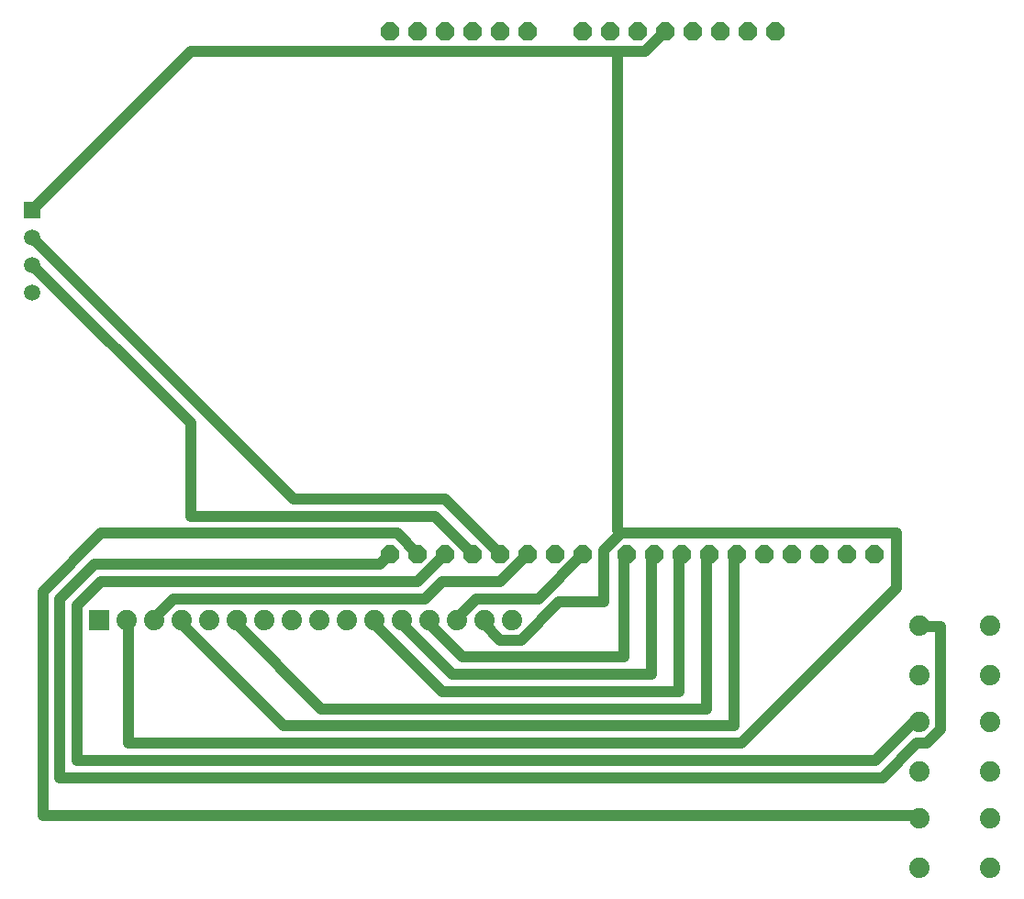
<source format=gbr>
G04 EAGLE Gerber X2 export*
%TF.Part,Single*%
%TF.FileFunction,Copper,L1,Top,Mixed*%
%TF.FilePolarity,Positive*%
%TF.GenerationSoftware,Autodesk,EAGLE,9.1.3*%
%TF.CreationDate,2018-12-04T08:52:57Z*%
G75*
%MOMM*%
%FSLAX34Y34*%
%LPD*%
%AMOC8*
5,1,8,0,0,1.08239X$1,22.5*%
G01*
%ADD10R,1.879600X1.879600*%
%ADD11C,1.879600*%
%ADD12R,1.508000X1.508000*%
%ADD13C,1.508000*%
%ADD14P,1.814519X8X202.500000*%
%ADD15C,1.000000*%


D10*
X86400Y332800D03*
D11*
X111800Y332800D03*
X137200Y332800D03*
X162600Y332800D03*
X188000Y332800D03*
X213400Y332800D03*
X238800Y332800D03*
X264200Y332800D03*
X289600Y332800D03*
X315000Y332800D03*
X340400Y332800D03*
X365800Y332800D03*
X391200Y332800D03*
X416600Y332800D03*
X442000Y332800D03*
X467400Y332800D03*
X843788Y238506D03*
X908812Y238506D03*
X843788Y193294D03*
X908812Y193294D03*
X843788Y149606D03*
X908812Y149606D03*
X843788Y104394D03*
X908812Y104394D03*
X843788Y327406D03*
X908812Y327406D03*
X843788Y282194D03*
X908812Y282194D03*
D12*
X25400Y711200D03*
D13*
X25400Y685800D03*
X25400Y660400D03*
X25400Y635000D03*
D14*
X457200Y393700D03*
X482600Y876300D03*
X431800Y393700D03*
X406400Y393700D03*
X381000Y393700D03*
X355600Y393700D03*
X482600Y393700D03*
X508000Y393700D03*
X533400Y393700D03*
X574040Y393700D03*
X599440Y393700D03*
X624840Y393700D03*
X650240Y393700D03*
X675640Y393700D03*
X701040Y393700D03*
X726440Y393700D03*
X751840Y393700D03*
X457200Y876300D03*
X431800Y876300D03*
X406400Y876300D03*
X381000Y876300D03*
X355600Y876300D03*
X533400Y876300D03*
X558800Y876300D03*
X584200Y876300D03*
X609600Y876300D03*
X635000Y876300D03*
X660400Y876300D03*
X777240Y393700D03*
X802640Y393700D03*
X685800Y876300D03*
X711200Y876300D03*
D15*
X622300Y393700D02*
X622300Y266700D01*
X403225Y266700D01*
X339725Y330200D01*
X622300Y393700D02*
X624840Y393700D01*
X340400Y332800D02*
X339725Y330200D01*
X596900Y282575D02*
X596900Y393700D01*
X596900Y282575D02*
X412750Y282575D01*
X365125Y330200D01*
X596900Y393700D02*
X599440Y393700D01*
X365800Y332800D02*
X365125Y330200D01*
X571500Y298450D02*
X571500Y393700D01*
X571500Y298450D02*
X422275Y298450D01*
X390525Y330200D01*
X571500Y393700D02*
X574040Y393700D01*
X391200Y332800D02*
X390525Y330200D01*
X492125Y352425D02*
X533400Y393700D01*
X492125Y352425D02*
X434975Y352425D01*
X415925Y333375D01*
X416600Y332800D01*
X25400Y711200D02*
X171450Y857250D01*
X565150Y857250D02*
X590550Y857250D01*
X565150Y857250D02*
X171450Y857250D01*
X590550Y857250D02*
X609600Y876300D01*
X114300Y330200D02*
X114300Y219075D01*
X679450Y219075D01*
X822325Y361950D01*
X822325Y412750D01*
X568325Y412750D01*
X552450Y396875D01*
X552450Y349250D01*
X511175Y349250D01*
X476250Y314325D01*
X457200Y314325D01*
X441325Y330200D01*
X114300Y330200D02*
X111800Y332800D01*
X441325Y330200D02*
X442000Y332800D01*
X565150Y415925D02*
X565150Y854075D01*
X565150Y857250D01*
X565150Y415925D02*
X568325Y412750D01*
X647700Y393700D02*
X647700Y250825D01*
X292100Y250825D01*
X212725Y330200D01*
X647700Y393700D02*
X650240Y393700D01*
X213400Y332800D02*
X212725Y330200D01*
X673100Y393700D02*
X673100Y234950D01*
X257175Y234950D01*
X161925Y330200D01*
X673100Y393700D02*
X675640Y393700D01*
X162600Y332800D02*
X161925Y330200D01*
X457200Y368300D02*
X482600Y393700D01*
X457200Y368300D02*
X403225Y368300D01*
X387350Y352425D01*
X155575Y352425D01*
X136525Y333375D01*
X137200Y332800D01*
X266700Y444500D02*
X25400Y685800D01*
X266700Y444500D02*
X406400Y444500D01*
X457200Y393700D01*
X171450Y514350D02*
X25400Y660400D01*
X171450Y514350D02*
X171450Y428625D01*
X396875Y428625D01*
X431800Y393700D01*
X355600Y393700D02*
X346075Y384175D01*
X82550Y384175D01*
X50800Y352425D01*
X50800Y187325D01*
X809625Y187325D01*
X841375Y219075D01*
X850900Y219075D01*
X863600Y231775D01*
X863600Y327025D01*
X844550Y327025D01*
X843788Y327406D01*
X381000Y393700D02*
X361950Y412750D01*
X88900Y412750D01*
X34925Y358775D01*
X34925Y152400D01*
X841375Y152400D01*
X843788Y149606D01*
X406400Y393700D02*
X381000Y368300D01*
X88900Y368300D01*
X66675Y346075D01*
X66675Y203200D01*
X803275Y203200D01*
X838200Y238125D01*
X841375Y238125D01*
X843788Y238506D01*
M02*

</source>
